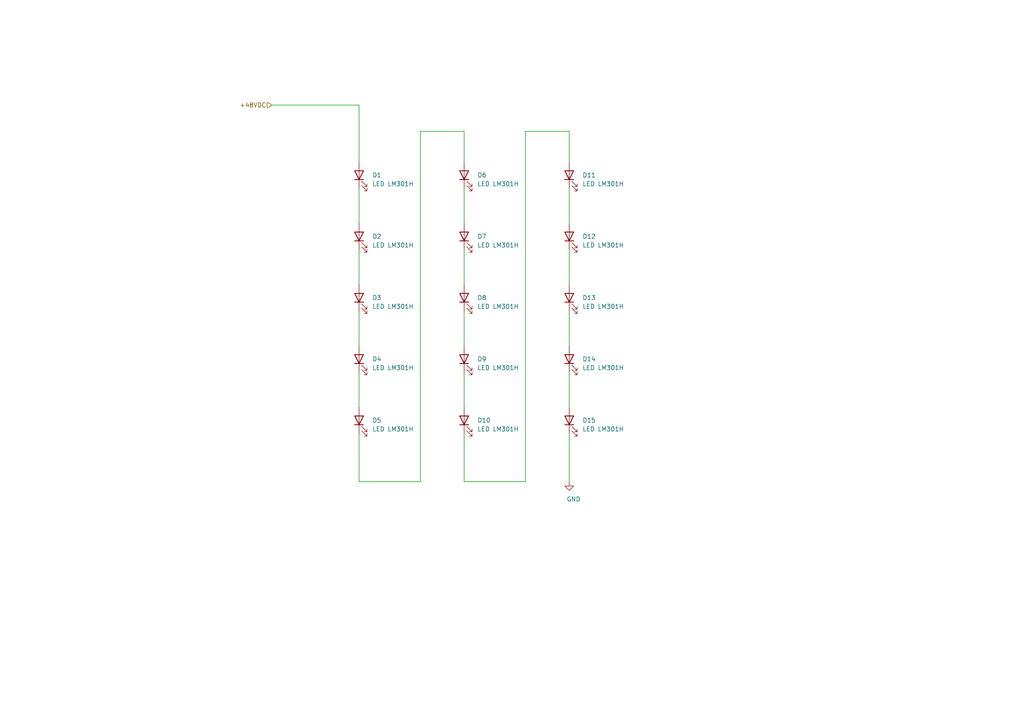
<source format=kicad_sch>
(kicad_sch (version 20240417) (generator "eeschema") (generator_version "8.99")
  (paper "A4")
  (title_block (company "Kiwi Devices Limited"))
  (lib_symbols
    (symbol "Device:LED" (pin_numbers hide) (pin_names (offset 1.016) hide)
      (property "Reference" "D" (at 0 2.54 0))
      (property "Value" "LED" (at 0 -2.54 0))
      (symbol "LED_0_1"
        (polyline (pts (xy -3.048 -0.762) (xy -4.572 -2.286) (xy -3.81 -2.286) (xy -4.572 -2.286) (xy -4.572 -1.524)))
        (polyline (pts (xy -1.778 -0.762) (xy -3.302 -2.286) (xy -2.54 -2.286) (xy -3.302 -2.286) (xy -3.302 -1.524)))
        (polyline (pts (xy -1.27 0) (xy 1.27 0)))
        (polyline (pts (xy -1.27 -1.27) (xy -1.27 1.27)) (stroke (width 0.254)))
        (polyline (pts (xy 1.27 -1.27) (xy 1.27 1.27) (xy -1.27 0) (xy 1.27 -1.27)) (stroke (width 0.254)))
      )
      (symbol "LED_1_1"
        (pin passive line (at -3.81 0 0) (length 2.54) (name "K") (number "1"))
        (pin passive line (at 3.81 0 180) (length 2.54) (name "A") (number "2"))
      )
    )
    (symbol "power:GND" (power) (pin_names (offset 0))
      (property "Value" "GND" (at 0 -3.81 0))
      (symbol "GND_0_1"
        (polyline (pts (xy 0 0) (xy 0 -1.27) (xy 1.27 -1.27) (xy 0 -2.54) (xy -1.27 -1.27) (xy 0 -1.27)))
      )
      (symbol "GND_1_1"
        (pin power_in line (at 0 0 270) (length 0) hide (name "GND") (number "1"))
      )
    )
  )
  (wire (pts (xy 165.1 107.95) (xy 165.1 118.11)))
  (wire (pts (xy 121.92 38.1) (xy 134.62 38.1)))
  (wire (pts (xy 104.14 107.95) (xy 104.14 118.11)))
  (wire (pts (xy 104.14 30.48) (xy 104.14 46.99)))
  (wire (pts (xy 134.62 54.61) (xy 134.62 64.77)))
  (wire (pts (xy 134.62 139.7) (xy 152.4 139.7)))
  (wire (pts (xy 78.74 30.48) (xy 104.14 30.48)))
  (wire (pts (xy 152.4 38.1) (xy 165.1 38.1)))
  (wire (pts (xy 104.14 125.73) (xy 104.14 139.7)))
  (wire (pts (xy 134.62 90.17) (xy 134.62 100.33)))
  (wire (pts (xy 134.62 72.39) (xy 134.62 82.55)))
  (wire (pts (xy 165.1 125.73) (xy 165.1 139.7)))
  (wire (pts (xy 104.14 54.61) (xy 104.14 64.77)))
  (wire (pts (xy 104.14 72.39) (xy 104.14 82.55)))
  (wire (pts (xy 165.1 54.61) (xy 165.1 64.77)))
  (wire (pts (xy 152.4 139.7) (xy 152.4 38.1)))
  (wire (pts (xy 134.62 38.1) (xy 134.62 46.99)))
  (wire (pts (xy 165.1 90.17) (xy 165.1 100.33)))
  (wire (pts (xy 134.62 125.73) (xy 134.62 139.7)))
  (wire (pts (xy 104.14 90.17) (xy 104.14 100.33)))
  (wire (pts (xy 134.62 107.95) (xy 134.62 118.11)))
  (wire (pts (xy 165.1 72.39) (xy 165.1 82.55)))
  (wire (pts (xy 104.14 139.7) (xy 121.92 139.7)))
  (wire (pts (xy 165.1 38.1) (xy 165.1 46.99)))
  (wire (pts (xy 121.92 139.7) (xy 121.92 38.1)))
  (hierarchical_label "+48VDC" (shape input) (at 78.74 30.48 180))
  (symbol (lib_id "power:GND") (at 165.1 139.7 0) (unit 1)
    (property "Reference" "#PWR01" (effects (hide yes)))
    (property "Value" "GND" (at 166.37 144.78 0))
  )
  (symbol (lib_id "Device:LED") (at 165.1 104.14 90) (unit 1)
    (property "Reference" "D14" (at 168.91 104.14 90) (effects (justify right)))
    (property "Value" "LED LM301H" (at 168.91 106.68 90) (effects (justify right)))
    (property "Footprint" "led-supply:SPMWHD32AMH5XAV5SK" (effects (hide yes)))
  )
  (symbol (lib_id "Device:LED") (at 104.14 104.14 90) (unit 1)
    (property "Reference" "D4" (at 107.95 104.14 90) (effects (justify right)))
    (property "Value" "LED LM301H" (at 107.95 106.68 90) (effects (justify right)))
    (property "Footprint" "led-supply:SPMWHD32AMH5XAV5SK" (effects (hide yes)))
  )
  (symbol (lib_id "Device:LED") (at 104.14 68.58 90) (unit 1)
    (property "Reference" "D2" (at 107.95 68.58 90) (effects (justify right)))
    (property "Value" "LED LM301H" (at 107.95 71.12 90) (effects (justify right)))
    (property "Footprint" "led-supply:SPMWHD32AMH5XAV5SK" (effects (hide yes)))
  )
  (symbol (lib_id "Device:LED") (at 104.14 121.92 90) (unit 1)
    (property "Reference" "D5" (at 107.95 121.92 90) (effects (justify right)))
    (property "Value" "LED LM301H" (at 107.95 124.46 90) (effects (justify right)))
    (property "Footprint" "led-supply:SPMWHD32AMH5XAV5SK" (effects (hide yes)))
  )
  (symbol (lib_id "Device:LED") (at 165.1 68.58 90) (unit 1)
    (property "Reference" "D12" (at 168.91 68.58 90) (effects (justify right)))
    (property "Value" "LED LM301H" (at 168.91 71.12 90) (effects (justify right)))
    (property "Footprint" "led-supply:SPMWHD32AMH5XAV5SK" (effects (hide yes)))
  )
  (symbol (lib_id "Device:LED") (at 134.62 86.36 90) (unit 1)
    (property "Reference" "D8" (at 138.43 86.36 90) (effects (justify right)))
    (property "Value" "LED LM301H" (at 138.43 88.9 90) (effects (justify right)))
    (property "Footprint" "led-supply:SPMWHD32AMH5XAV5SK" (effects (hide yes)))
  )
  (symbol (lib_id "Device:LED") (at 165.1 121.92 90) (unit 1)
    (property "Reference" "D15" (at 168.91 121.92 90) (effects (justify right)))
    (property "Value" "LED LM301H" (at 168.91 124.46 90) (effects (justify right)))
    (property "Footprint" "led-supply:SPMWHD32AMH5XAV5SK" (effects (hide yes)))
  )
  (symbol (lib_id "Device:LED") (at 104.14 86.36 90) (unit 1)
    (property "Reference" "D3" (at 107.95 86.36 90) (effects (justify right)))
    (property "Value" "LED LM301H" (at 107.95 88.9 90) (effects (justify right)))
    (property "Footprint" "led-supply:SPMWHD32AMH5XAV5SK" (effects (hide yes)))
  )
  (symbol (lib_id "Device:LED") (at 104.14 50.8 90) (unit 1)
    (property "Reference" "D1" (at 107.95 50.8 90) (effects (justify right)))
    (property "Value" "LED LM301H" (at 107.95 53.34 90) (effects (justify right)))
    (property "Footprint" "led-supply:SPMWHD32AMH5XAV5SK" (effects (hide yes)))
  )
  (symbol (lib_id "Device:LED") (at 165.1 50.8 90) (unit 1)
    (property "Reference" "D11" (at 168.91 50.8 90) (effects (justify right)))
    (property "Value" "LED LM301H" (at 168.91 53.34 90) (effects (justify right)))
    (property "Footprint" "led-supply:SPMWHD32AMH5XAV5SK" (effects (hide yes)))
  )
  (symbol (lib_id "Device:LED") (at 134.62 121.92 90) (unit 1)
    (property "Reference" "D10" (at 138.43 121.92 90) (effects (justify right)))
    (property "Value" "LED LM301H" (at 138.43 124.46 90) (effects (justify right)))
    (property "Footprint" "led-supply:SPMWHD32AMH5XAV5SK" (effects (hide yes)))
  )
  (symbol (lib_id "Device:LED") (at 165.1 86.36 90) (unit 1)
    (property "Reference" "D13" (at 168.91 86.36 90) (effects (justify right)))
    (property "Value" "LED LM301H" (at 168.91 88.9 90) (effects (justify right)))
    (property "Footprint" "led-supply:SPMWHD32AMH5XAV5SK" (effects (hide yes)))
  )
  (symbol (lib_id "Device:LED") (at 134.62 104.14 90) (unit 1)
    (property "Reference" "D9" (at 138.43 104.14 90) (effects (justify right)))
    (property "Value" "LED LM301H" (at 138.43 106.68 90) (effects (justify right)))
    (property "Footprint" "led-supply:SPMWHD32AMH5XAV5SK" (effects (hide yes)))
  )
  (symbol (lib_id "Device:LED") (at 134.62 68.58 90) (unit 1)
    (property "Reference" "D7" (at 138.43 68.58 90) (effects (justify right)))
    (property "Value" "LED LM301H" (at 138.43 71.12 90) (effects (justify right)))
    (property "Footprint" "led-supply:SPMWHD32AMH5XAV5SK" (effects (hide yes)))
  )
  (symbol (lib_id "Device:LED") (at 134.62 50.8 90) (unit 1)
    (property "Reference" "D6" (at 138.43 50.8 90) (effects (justify right)))
    (property "Value" "LED LM301H" (at 138.43 53.34 90) (effects (justify right)))
    (property "Footprint" "led-supply:SPMWHD32AMH5XAV5SK" (effects (hide yes)))
  )
)
</source>
